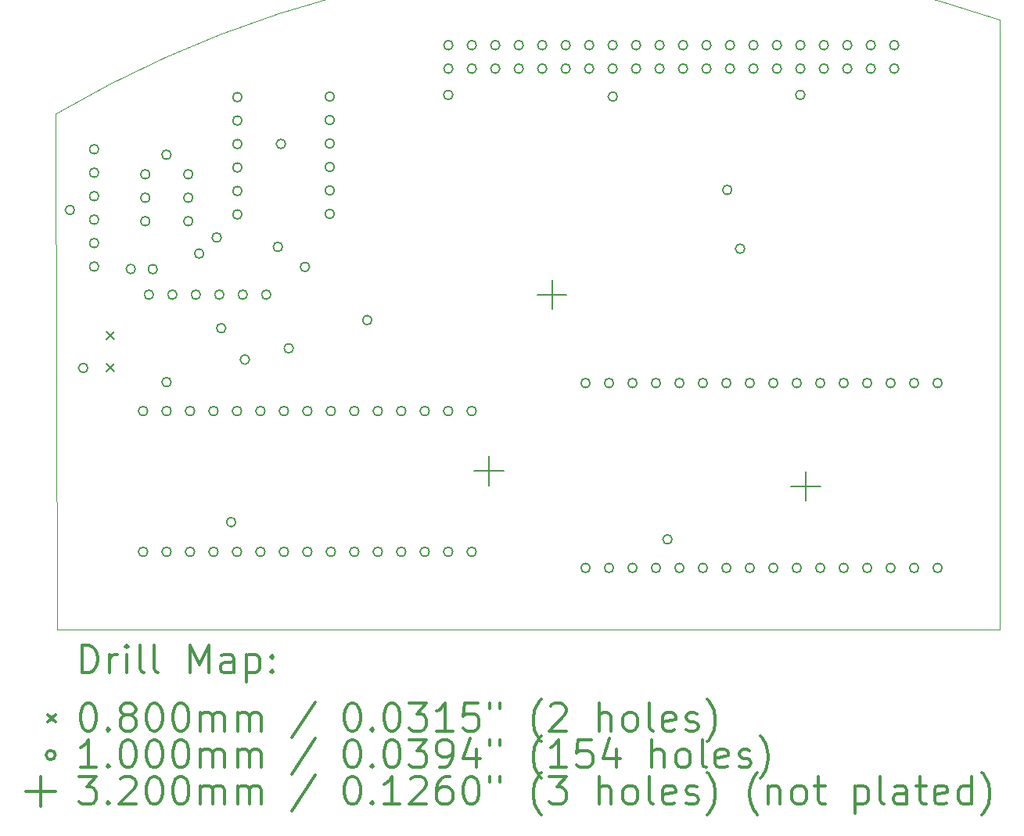
<source format=gbr>
%FSLAX45Y45*%
G04 Gerber Fmt 4.5, Leading zero omitted, Abs format (unit mm)*
G04 Created by KiCad (PCBNEW (5.1.10)-1) date 2022-01-06 12:13:21*
%MOMM*%
%LPD*%
G01*
G04 APERTURE LIST*
%TA.AperFunction,Profile*%
%ADD10C,0.050000*%
%TD*%
%ADD11C,0.200000*%
%ADD12C,0.300000*%
G04 APERTURE END LIST*
D10*
X8411099Y-1007241D02*
G75*
G02*
X18628000Y14000I6216901J-10578759D01*
G01*
X18628000Y-6586000D02*
X18628000Y14000D01*
X8428000Y-6586000D02*
X18628000Y-6586000D01*
X8411099Y-1007241D02*
X8428000Y-6586000D01*
D11*
X8965000Y-3361000D02*
X9045000Y-3441000D01*
X9045000Y-3361000D02*
X8965000Y-3441000D01*
X8965000Y-3711000D02*
X9045000Y-3791000D01*
X9045000Y-3711000D02*
X8965000Y-3791000D01*
X8616000Y-2043000D02*
G75*
G03*
X8616000Y-2043000I-50000J0D01*
G01*
X8760000Y-3753000D02*
G75*
G03*
X8760000Y-3753000I-50000J0D01*
G01*
X8878000Y-1386000D02*
G75*
G03*
X8878000Y-1386000I-50000J0D01*
G01*
X8878000Y-1640000D02*
G75*
G03*
X8878000Y-1640000I-50000J0D01*
G01*
X8878000Y-1894000D02*
G75*
G03*
X8878000Y-1894000I-50000J0D01*
G01*
X8878000Y-2148000D02*
G75*
G03*
X8878000Y-2148000I-50000J0D01*
G01*
X8878000Y-2402000D02*
G75*
G03*
X8878000Y-2402000I-50000J0D01*
G01*
X8878000Y-2656000D02*
G75*
G03*
X8878000Y-2656000I-50000J0D01*
G01*
X9275000Y-2682000D02*
G75*
G03*
X9275000Y-2682000I-50000J0D01*
G01*
X9408000Y-4220000D02*
G75*
G03*
X9408000Y-4220000I-50000J0D01*
G01*
X9408000Y-5744000D02*
G75*
G03*
X9408000Y-5744000I-50000J0D01*
G01*
X9432000Y-1657000D02*
G75*
G03*
X9432000Y-1657000I-50000J0D01*
G01*
X9432000Y-1911000D02*
G75*
G03*
X9432000Y-1911000I-50000J0D01*
G01*
X9432000Y-2165000D02*
G75*
G03*
X9432000Y-2165000I-50000J0D01*
G01*
X9471000Y-2960000D02*
G75*
G03*
X9471000Y-2960000I-50000J0D01*
G01*
X9513000Y-2684000D02*
G75*
G03*
X9513000Y-2684000I-50000J0D01*
G01*
X9661000Y-1445000D02*
G75*
G03*
X9661000Y-1445000I-50000J0D01*
G01*
X9662000Y-3907000D02*
G75*
G03*
X9662000Y-3907000I-50000J0D01*
G01*
X9662000Y-4220000D02*
G75*
G03*
X9662000Y-4220000I-50000J0D01*
G01*
X9662000Y-5744000D02*
G75*
G03*
X9662000Y-5744000I-50000J0D01*
G01*
X9725000Y-2960000D02*
G75*
G03*
X9725000Y-2960000I-50000J0D01*
G01*
X9897000Y-1657000D02*
G75*
G03*
X9897000Y-1657000I-50000J0D01*
G01*
X9897000Y-1911000D02*
G75*
G03*
X9897000Y-1911000I-50000J0D01*
G01*
X9897000Y-2165000D02*
G75*
G03*
X9897000Y-2165000I-50000J0D01*
G01*
X9916000Y-4220000D02*
G75*
G03*
X9916000Y-4220000I-50000J0D01*
G01*
X9916000Y-5744000D02*
G75*
G03*
X9916000Y-5744000I-50000J0D01*
G01*
X9979000Y-2960000D02*
G75*
G03*
X9979000Y-2960000I-50000J0D01*
G01*
X10015000Y-2515000D02*
G75*
G03*
X10015000Y-2515000I-50000J0D01*
G01*
X10170000Y-4220000D02*
G75*
G03*
X10170000Y-4220000I-50000J0D01*
G01*
X10170000Y-5744000D02*
G75*
G03*
X10170000Y-5744000I-50000J0D01*
G01*
X10205000Y-2342000D02*
G75*
G03*
X10205000Y-2342000I-50000J0D01*
G01*
X10233000Y-2960000D02*
G75*
G03*
X10233000Y-2960000I-50000J0D01*
G01*
X10253000Y-3323000D02*
G75*
G03*
X10253000Y-3323000I-50000J0D01*
G01*
X10361000Y-5423000D02*
G75*
G03*
X10361000Y-5423000I-50000J0D01*
G01*
X10424000Y-4220000D02*
G75*
G03*
X10424000Y-4220000I-50000J0D01*
G01*
X10424000Y-5744000D02*
G75*
G03*
X10424000Y-5744000I-50000J0D01*
G01*
X10428000Y-821000D02*
G75*
G03*
X10428000Y-821000I-50000J0D01*
G01*
X10428000Y-1075000D02*
G75*
G03*
X10428000Y-1075000I-50000J0D01*
G01*
X10428000Y-1329000D02*
G75*
G03*
X10428000Y-1329000I-50000J0D01*
G01*
X10428000Y-1583000D02*
G75*
G03*
X10428000Y-1583000I-50000J0D01*
G01*
X10428000Y-1837000D02*
G75*
G03*
X10428000Y-1837000I-50000J0D01*
G01*
X10428000Y-2091000D02*
G75*
G03*
X10428000Y-2091000I-50000J0D01*
G01*
X10487000Y-2960000D02*
G75*
G03*
X10487000Y-2960000I-50000J0D01*
G01*
X10510000Y-3663000D02*
G75*
G03*
X10510000Y-3663000I-50000J0D01*
G01*
X10678000Y-4220000D02*
G75*
G03*
X10678000Y-4220000I-50000J0D01*
G01*
X10678000Y-5744000D02*
G75*
G03*
X10678000Y-5744000I-50000J0D01*
G01*
X10741000Y-2960000D02*
G75*
G03*
X10741000Y-2960000I-50000J0D01*
G01*
X10867000Y-2443000D02*
G75*
G03*
X10867000Y-2443000I-50000J0D01*
G01*
X10900000Y-1328000D02*
G75*
G03*
X10900000Y-1328000I-50000J0D01*
G01*
X10932000Y-4220000D02*
G75*
G03*
X10932000Y-4220000I-50000J0D01*
G01*
X10932000Y-5744000D02*
G75*
G03*
X10932000Y-5744000I-50000J0D01*
G01*
X10984000Y-3542000D02*
G75*
G03*
X10984000Y-3542000I-50000J0D01*
G01*
X11160000Y-2660000D02*
G75*
G03*
X11160000Y-2660000I-50000J0D01*
G01*
X11186000Y-4220000D02*
G75*
G03*
X11186000Y-4220000I-50000J0D01*
G01*
X11186000Y-5744000D02*
G75*
G03*
X11186000Y-5744000I-50000J0D01*
G01*
X11428000Y-816000D02*
G75*
G03*
X11428000Y-816000I-50000J0D01*
G01*
X11428000Y-1070000D02*
G75*
G03*
X11428000Y-1070000I-50000J0D01*
G01*
X11428000Y-1324000D02*
G75*
G03*
X11428000Y-1324000I-50000J0D01*
G01*
X11428000Y-1578000D02*
G75*
G03*
X11428000Y-1578000I-50000J0D01*
G01*
X11428000Y-1832000D02*
G75*
G03*
X11428000Y-1832000I-50000J0D01*
G01*
X11428000Y-2086000D02*
G75*
G03*
X11428000Y-2086000I-50000J0D01*
G01*
X11440000Y-4220000D02*
G75*
G03*
X11440000Y-4220000I-50000J0D01*
G01*
X11440000Y-5744000D02*
G75*
G03*
X11440000Y-5744000I-50000J0D01*
G01*
X11694000Y-4220000D02*
G75*
G03*
X11694000Y-4220000I-50000J0D01*
G01*
X11694000Y-5744000D02*
G75*
G03*
X11694000Y-5744000I-50000J0D01*
G01*
X11834000Y-3236000D02*
G75*
G03*
X11834000Y-3236000I-50000J0D01*
G01*
X11948000Y-4220000D02*
G75*
G03*
X11948000Y-4220000I-50000J0D01*
G01*
X11948000Y-5744000D02*
G75*
G03*
X11948000Y-5744000I-50000J0D01*
G01*
X12202000Y-4220000D02*
G75*
G03*
X12202000Y-4220000I-50000J0D01*
G01*
X12202000Y-5744000D02*
G75*
G03*
X12202000Y-5744000I-50000J0D01*
G01*
X12456000Y-4220000D02*
G75*
G03*
X12456000Y-4220000I-50000J0D01*
G01*
X12456000Y-5744000D02*
G75*
G03*
X12456000Y-5744000I-50000J0D01*
G01*
X12710000Y-4220000D02*
G75*
G03*
X12710000Y-4220000I-50000J0D01*
G01*
X12710000Y-5744000D02*
G75*
G03*
X12710000Y-5744000I-50000J0D01*
G01*
X12711000Y-797000D02*
G75*
G03*
X12711000Y-797000I-50000J0D01*
G01*
X12712000Y-259500D02*
G75*
G03*
X12712000Y-259500I-50000J0D01*
G01*
X12712000Y-513500D02*
G75*
G03*
X12712000Y-513500I-50000J0D01*
G01*
X12964000Y-4220000D02*
G75*
G03*
X12964000Y-4220000I-50000J0D01*
G01*
X12964000Y-5744000D02*
G75*
G03*
X12964000Y-5744000I-50000J0D01*
G01*
X12966000Y-259500D02*
G75*
G03*
X12966000Y-259500I-50000J0D01*
G01*
X12966000Y-513500D02*
G75*
G03*
X12966000Y-513500I-50000J0D01*
G01*
X13220000Y-259500D02*
G75*
G03*
X13220000Y-259500I-50000J0D01*
G01*
X13220000Y-513500D02*
G75*
G03*
X13220000Y-513500I-50000J0D01*
G01*
X13474000Y-259500D02*
G75*
G03*
X13474000Y-259500I-50000J0D01*
G01*
X13474000Y-513500D02*
G75*
G03*
X13474000Y-513500I-50000J0D01*
G01*
X13728000Y-259500D02*
G75*
G03*
X13728000Y-259500I-50000J0D01*
G01*
X13728000Y-513500D02*
G75*
G03*
X13728000Y-513500I-50000J0D01*
G01*
X13982000Y-259500D02*
G75*
G03*
X13982000Y-259500I-50000J0D01*
G01*
X13982000Y-513500D02*
G75*
G03*
X13982000Y-513500I-50000J0D01*
G01*
X14197000Y-3918000D02*
G75*
G03*
X14197000Y-3918000I-50000J0D01*
G01*
X14197000Y-5918000D02*
G75*
G03*
X14197000Y-5918000I-50000J0D01*
G01*
X14236000Y-259500D02*
G75*
G03*
X14236000Y-259500I-50000J0D01*
G01*
X14236000Y-513500D02*
G75*
G03*
X14236000Y-513500I-50000J0D01*
G01*
X14451000Y-3918000D02*
G75*
G03*
X14451000Y-3918000I-50000J0D01*
G01*
X14451000Y-5918000D02*
G75*
G03*
X14451000Y-5918000I-50000J0D01*
G01*
X14490000Y-259500D02*
G75*
G03*
X14490000Y-259500I-50000J0D01*
G01*
X14490000Y-513500D02*
G75*
G03*
X14490000Y-513500I-50000J0D01*
G01*
X14492000Y-816000D02*
G75*
G03*
X14492000Y-816000I-50000J0D01*
G01*
X14705000Y-3918000D02*
G75*
G03*
X14705000Y-3918000I-50000J0D01*
G01*
X14705000Y-5918000D02*
G75*
G03*
X14705000Y-5918000I-50000J0D01*
G01*
X14744000Y-259500D02*
G75*
G03*
X14744000Y-259500I-50000J0D01*
G01*
X14744000Y-513500D02*
G75*
G03*
X14744000Y-513500I-50000J0D01*
G01*
X14959000Y-3918000D02*
G75*
G03*
X14959000Y-3918000I-50000J0D01*
G01*
X14959000Y-5918000D02*
G75*
G03*
X14959000Y-5918000I-50000J0D01*
G01*
X14998000Y-259500D02*
G75*
G03*
X14998000Y-259500I-50000J0D01*
G01*
X14998000Y-513500D02*
G75*
G03*
X14998000Y-513500I-50000J0D01*
G01*
X15084000Y-5609000D02*
G75*
G03*
X15084000Y-5609000I-50000J0D01*
G01*
X15213000Y-3918000D02*
G75*
G03*
X15213000Y-3918000I-50000J0D01*
G01*
X15213000Y-5918000D02*
G75*
G03*
X15213000Y-5918000I-50000J0D01*
G01*
X15252000Y-259500D02*
G75*
G03*
X15252000Y-259500I-50000J0D01*
G01*
X15252000Y-513500D02*
G75*
G03*
X15252000Y-513500I-50000J0D01*
G01*
X15467000Y-3918000D02*
G75*
G03*
X15467000Y-3918000I-50000J0D01*
G01*
X15467000Y-5918000D02*
G75*
G03*
X15467000Y-5918000I-50000J0D01*
G01*
X15506000Y-259500D02*
G75*
G03*
X15506000Y-259500I-50000J0D01*
G01*
X15506000Y-513500D02*
G75*
G03*
X15506000Y-513500I-50000J0D01*
G01*
X15721000Y-3918000D02*
G75*
G03*
X15721000Y-3918000I-50000J0D01*
G01*
X15721000Y-5918000D02*
G75*
G03*
X15721000Y-5918000I-50000J0D01*
G01*
X15731000Y-1826000D02*
G75*
G03*
X15731000Y-1826000I-50000J0D01*
G01*
X15760000Y-259500D02*
G75*
G03*
X15760000Y-259500I-50000J0D01*
G01*
X15760000Y-513500D02*
G75*
G03*
X15760000Y-513500I-50000J0D01*
G01*
X15870000Y-2462000D02*
G75*
G03*
X15870000Y-2462000I-50000J0D01*
G01*
X15975000Y-3918000D02*
G75*
G03*
X15975000Y-3918000I-50000J0D01*
G01*
X15975000Y-5918000D02*
G75*
G03*
X15975000Y-5918000I-50000J0D01*
G01*
X16014000Y-259500D02*
G75*
G03*
X16014000Y-259500I-50000J0D01*
G01*
X16014000Y-513500D02*
G75*
G03*
X16014000Y-513500I-50000J0D01*
G01*
X16229000Y-3918000D02*
G75*
G03*
X16229000Y-3918000I-50000J0D01*
G01*
X16229000Y-5918000D02*
G75*
G03*
X16229000Y-5918000I-50000J0D01*
G01*
X16268000Y-259500D02*
G75*
G03*
X16268000Y-259500I-50000J0D01*
G01*
X16268000Y-513500D02*
G75*
G03*
X16268000Y-513500I-50000J0D01*
G01*
X16483000Y-3918000D02*
G75*
G03*
X16483000Y-3918000I-50000J0D01*
G01*
X16483000Y-5918000D02*
G75*
G03*
X16483000Y-5918000I-50000J0D01*
G01*
X16521000Y-797000D02*
G75*
G03*
X16521000Y-797000I-50000J0D01*
G01*
X16522000Y-259500D02*
G75*
G03*
X16522000Y-259500I-50000J0D01*
G01*
X16522000Y-513500D02*
G75*
G03*
X16522000Y-513500I-50000J0D01*
G01*
X16737000Y-3918000D02*
G75*
G03*
X16737000Y-3918000I-50000J0D01*
G01*
X16737000Y-5918000D02*
G75*
G03*
X16737000Y-5918000I-50000J0D01*
G01*
X16776000Y-259500D02*
G75*
G03*
X16776000Y-259500I-50000J0D01*
G01*
X16776000Y-513500D02*
G75*
G03*
X16776000Y-513500I-50000J0D01*
G01*
X16991000Y-3918000D02*
G75*
G03*
X16991000Y-3918000I-50000J0D01*
G01*
X16991000Y-5918000D02*
G75*
G03*
X16991000Y-5918000I-50000J0D01*
G01*
X17030000Y-259500D02*
G75*
G03*
X17030000Y-259500I-50000J0D01*
G01*
X17030000Y-513500D02*
G75*
G03*
X17030000Y-513500I-50000J0D01*
G01*
X17245000Y-3918000D02*
G75*
G03*
X17245000Y-3918000I-50000J0D01*
G01*
X17245000Y-5918000D02*
G75*
G03*
X17245000Y-5918000I-50000J0D01*
G01*
X17284000Y-259500D02*
G75*
G03*
X17284000Y-259500I-50000J0D01*
G01*
X17284000Y-513500D02*
G75*
G03*
X17284000Y-513500I-50000J0D01*
G01*
X17499000Y-3918000D02*
G75*
G03*
X17499000Y-3918000I-50000J0D01*
G01*
X17499000Y-5918000D02*
G75*
G03*
X17499000Y-5918000I-50000J0D01*
G01*
X17538000Y-259500D02*
G75*
G03*
X17538000Y-259500I-50000J0D01*
G01*
X17538000Y-513500D02*
G75*
G03*
X17538000Y-513500I-50000J0D01*
G01*
X17753000Y-3918000D02*
G75*
G03*
X17753000Y-3918000I-50000J0D01*
G01*
X17753000Y-5918000D02*
G75*
G03*
X17753000Y-5918000I-50000J0D01*
G01*
X18007000Y-3918000D02*
G75*
G03*
X18007000Y-3918000I-50000J0D01*
G01*
X18007000Y-5918000D02*
G75*
G03*
X18007000Y-5918000I-50000J0D01*
G01*
X13102000Y-4706000D02*
X13102000Y-5026000D01*
X12942000Y-4866000D02*
X13262000Y-4866000D01*
X13783000Y-2798000D02*
X13783000Y-3118000D01*
X13623000Y-2958000D02*
X13943000Y-2958000D01*
X16530000Y-4873000D02*
X16530000Y-5193000D01*
X16370000Y-5033000D02*
X16690000Y-5033000D01*
D12*
X8695027Y-7054214D02*
X8695027Y-6754214D01*
X8766456Y-6754214D01*
X8809313Y-6768500D01*
X8837885Y-6797071D01*
X8852170Y-6825643D01*
X8866456Y-6882786D01*
X8866456Y-6925643D01*
X8852170Y-6982786D01*
X8837885Y-7011357D01*
X8809313Y-7039929D01*
X8766456Y-7054214D01*
X8695027Y-7054214D01*
X8995027Y-7054214D02*
X8995027Y-6854214D01*
X8995027Y-6911357D02*
X9009313Y-6882786D01*
X9023599Y-6868500D01*
X9052170Y-6854214D01*
X9080742Y-6854214D01*
X9180742Y-7054214D02*
X9180742Y-6854214D01*
X9180742Y-6754214D02*
X9166456Y-6768500D01*
X9180742Y-6782786D01*
X9195027Y-6768500D01*
X9180742Y-6754214D01*
X9180742Y-6782786D01*
X9366456Y-7054214D02*
X9337885Y-7039929D01*
X9323599Y-7011357D01*
X9323599Y-6754214D01*
X9523599Y-7054214D02*
X9495027Y-7039929D01*
X9480742Y-7011357D01*
X9480742Y-6754214D01*
X9866456Y-7054214D02*
X9866456Y-6754214D01*
X9966456Y-6968500D01*
X10066456Y-6754214D01*
X10066456Y-7054214D01*
X10337885Y-7054214D02*
X10337885Y-6897071D01*
X10323599Y-6868500D01*
X10295027Y-6854214D01*
X10237885Y-6854214D01*
X10209313Y-6868500D01*
X10337885Y-7039929D02*
X10309313Y-7054214D01*
X10237885Y-7054214D01*
X10209313Y-7039929D01*
X10195027Y-7011357D01*
X10195027Y-6982786D01*
X10209313Y-6954214D01*
X10237885Y-6939929D01*
X10309313Y-6939929D01*
X10337885Y-6925643D01*
X10480742Y-6854214D02*
X10480742Y-7154214D01*
X10480742Y-6868500D02*
X10509313Y-6854214D01*
X10566456Y-6854214D01*
X10595027Y-6868500D01*
X10609313Y-6882786D01*
X10623599Y-6911357D01*
X10623599Y-6997071D01*
X10609313Y-7025643D01*
X10595027Y-7039929D01*
X10566456Y-7054214D01*
X10509313Y-7054214D01*
X10480742Y-7039929D01*
X10752170Y-7025643D02*
X10766456Y-7039929D01*
X10752170Y-7054214D01*
X10737885Y-7039929D01*
X10752170Y-7025643D01*
X10752170Y-7054214D01*
X10752170Y-6868500D02*
X10766456Y-6882786D01*
X10752170Y-6897071D01*
X10737885Y-6882786D01*
X10752170Y-6868500D01*
X10752170Y-6897071D01*
X8328599Y-7508500D02*
X8408599Y-7588500D01*
X8408599Y-7508500D02*
X8328599Y-7588500D01*
X8752170Y-7384214D02*
X8780742Y-7384214D01*
X8809313Y-7398500D01*
X8823599Y-7412786D01*
X8837885Y-7441357D01*
X8852170Y-7498500D01*
X8852170Y-7569929D01*
X8837885Y-7627071D01*
X8823599Y-7655643D01*
X8809313Y-7669929D01*
X8780742Y-7684214D01*
X8752170Y-7684214D01*
X8723599Y-7669929D01*
X8709313Y-7655643D01*
X8695027Y-7627071D01*
X8680742Y-7569929D01*
X8680742Y-7498500D01*
X8695027Y-7441357D01*
X8709313Y-7412786D01*
X8723599Y-7398500D01*
X8752170Y-7384214D01*
X8980742Y-7655643D02*
X8995027Y-7669929D01*
X8980742Y-7684214D01*
X8966456Y-7669929D01*
X8980742Y-7655643D01*
X8980742Y-7684214D01*
X9166456Y-7512786D02*
X9137885Y-7498500D01*
X9123599Y-7484214D01*
X9109313Y-7455643D01*
X9109313Y-7441357D01*
X9123599Y-7412786D01*
X9137885Y-7398500D01*
X9166456Y-7384214D01*
X9223599Y-7384214D01*
X9252170Y-7398500D01*
X9266456Y-7412786D01*
X9280742Y-7441357D01*
X9280742Y-7455643D01*
X9266456Y-7484214D01*
X9252170Y-7498500D01*
X9223599Y-7512786D01*
X9166456Y-7512786D01*
X9137885Y-7527071D01*
X9123599Y-7541357D01*
X9109313Y-7569929D01*
X9109313Y-7627071D01*
X9123599Y-7655643D01*
X9137885Y-7669929D01*
X9166456Y-7684214D01*
X9223599Y-7684214D01*
X9252170Y-7669929D01*
X9266456Y-7655643D01*
X9280742Y-7627071D01*
X9280742Y-7569929D01*
X9266456Y-7541357D01*
X9252170Y-7527071D01*
X9223599Y-7512786D01*
X9466456Y-7384214D02*
X9495027Y-7384214D01*
X9523599Y-7398500D01*
X9537885Y-7412786D01*
X9552170Y-7441357D01*
X9566456Y-7498500D01*
X9566456Y-7569929D01*
X9552170Y-7627071D01*
X9537885Y-7655643D01*
X9523599Y-7669929D01*
X9495027Y-7684214D01*
X9466456Y-7684214D01*
X9437885Y-7669929D01*
X9423599Y-7655643D01*
X9409313Y-7627071D01*
X9395027Y-7569929D01*
X9395027Y-7498500D01*
X9409313Y-7441357D01*
X9423599Y-7412786D01*
X9437885Y-7398500D01*
X9466456Y-7384214D01*
X9752170Y-7384214D02*
X9780742Y-7384214D01*
X9809313Y-7398500D01*
X9823599Y-7412786D01*
X9837885Y-7441357D01*
X9852170Y-7498500D01*
X9852170Y-7569929D01*
X9837885Y-7627071D01*
X9823599Y-7655643D01*
X9809313Y-7669929D01*
X9780742Y-7684214D01*
X9752170Y-7684214D01*
X9723599Y-7669929D01*
X9709313Y-7655643D01*
X9695027Y-7627071D01*
X9680742Y-7569929D01*
X9680742Y-7498500D01*
X9695027Y-7441357D01*
X9709313Y-7412786D01*
X9723599Y-7398500D01*
X9752170Y-7384214D01*
X9980742Y-7684214D02*
X9980742Y-7484214D01*
X9980742Y-7512786D02*
X9995027Y-7498500D01*
X10023599Y-7484214D01*
X10066456Y-7484214D01*
X10095027Y-7498500D01*
X10109313Y-7527071D01*
X10109313Y-7684214D01*
X10109313Y-7527071D02*
X10123599Y-7498500D01*
X10152170Y-7484214D01*
X10195027Y-7484214D01*
X10223599Y-7498500D01*
X10237885Y-7527071D01*
X10237885Y-7684214D01*
X10380742Y-7684214D02*
X10380742Y-7484214D01*
X10380742Y-7512786D02*
X10395027Y-7498500D01*
X10423599Y-7484214D01*
X10466456Y-7484214D01*
X10495027Y-7498500D01*
X10509313Y-7527071D01*
X10509313Y-7684214D01*
X10509313Y-7527071D02*
X10523599Y-7498500D01*
X10552170Y-7484214D01*
X10595027Y-7484214D01*
X10623599Y-7498500D01*
X10637885Y-7527071D01*
X10637885Y-7684214D01*
X11223599Y-7369929D02*
X10966456Y-7755643D01*
X11609313Y-7384214D02*
X11637885Y-7384214D01*
X11666456Y-7398500D01*
X11680742Y-7412786D01*
X11695027Y-7441357D01*
X11709313Y-7498500D01*
X11709313Y-7569929D01*
X11695027Y-7627071D01*
X11680742Y-7655643D01*
X11666456Y-7669929D01*
X11637885Y-7684214D01*
X11609313Y-7684214D01*
X11580742Y-7669929D01*
X11566456Y-7655643D01*
X11552170Y-7627071D01*
X11537885Y-7569929D01*
X11537885Y-7498500D01*
X11552170Y-7441357D01*
X11566456Y-7412786D01*
X11580742Y-7398500D01*
X11609313Y-7384214D01*
X11837885Y-7655643D02*
X11852170Y-7669929D01*
X11837885Y-7684214D01*
X11823599Y-7669929D01*
X11837885Y-7655643D01*
X11837885Y-7684214D01*
X12037885Y-7384214D02*
X12066456Y-7384214D01*
X12095027Y-7398500D01*
X12109313Y-7412786D01*
X12123599Y-7441357D01*
X12137885Y-7498500D01*
X12137885Y-7569929D01*
X12123599Y-7627071D01*
X12109313Y-7655643D01*
X12095027Y-7669929D01*
X12066456Y-7684214D01*
X12037885Y-7684214D01*
X12009313Y-7669929D01*
X11995027Y-7655643D01*
X11980742Y-7627071D01*
X11966456Y-7569929D01*
X11966456Y-7498500D01*
X11980742Y-7441357D01*
X11995027Y-7412786D01*
X12009313Y-7398500D01*
X12037885Y-7384214D01*
X12237885Y-7384214D02*
X12423599Y-7384214D01*
X12323599Y-7498500D01*
X12366456Y-7498500D01*
X12395027Y-7512786D01*
X12409313Y-7527071D01*
X12423599Y-7555643D01*
X12423599Y-7627071D01*
X12409313Y-7655643D01*
X12395027Y-7669929D01*
X12366456Y-7684214D01*
X12280742Y-7684214D01*
X12252170Y-7669929D01*
X12237885Y-7655643D01*
X12709313Y-7684214D02*
X12537885Y-7684214D01*
X12623599Y-7684214D02*
X12623599Y-7384214D01*
X12595027Y-7427071D01*
X12566456Y-7455643D01*
X12537885Y-7469929D01*
X12980742Y-7384214D02*
X12837885Y-7384214D01*
X12823599Y-7527071D01*
X12837885Y-7512786D01*
X12866456Y-7498500D01*
X12937885Y-7498500D01*
X12966456Y-7512786D01*
X12980742Y-7527071D01*
X12995027Y-7555643D01*
X12995027Y-7627071D01*
X12980742Y-7655643D01*
X12966456Y-7669929D01*
X12937885Y-7684214D01*
X12866456Y-7684214D01*
X12837885Y-7669929D01*
X12823599Y-7655643D01*
X13109313Y-7384214D02*
X13109313Y-7441357D01*
X13223599Y-7384214D02*
X13223599Y-7441357D01*
X13666456Y-7798500D02*
X13652170Y-7784214D01*
X13623599Y-7741357D01*
X13609313Y-7712786D01*
X13595027Y-7669929D01*
X13580742Y-7598500D01*
X13580742Y-7541357D01*
X13595027Y-7469929D01*
X13609313Y-7427071D01*
X13623599Y-7398500D01*
X13652170Y-7355643D01*
X13666456Y-7341357D01*
X13766456Y-7412786D02*
X13780742Y-7398500D01*
X13809313Y-7384214D01*
X13880742Y-7384214D01*
X13909313Y-7398500D01*
X13923599Y-7412786D01*
X13937885Y-7441357D01*
X13937885Y-7469929D01*
X13923599Y-7512786D01*
X13752170Y-7684214D01*
X13937885Y-7684214D01*
X14295027Y-7684214D02*
X14295027Y-7384214D01*
X14423599Y-7684214D02*
X14423599Y-7527071D01*
X14409313Y-7498500D01*
X14380742Y-7484214D01*
X14337885Y-7484214D01*
X14309313Y-7498500D01*
X14295027Y-7512786D01*
X14609313Y-7684214D02*
X14580742Y-7669929D01*
X14566456Y-7655643D01*
X14552170Y-7627071D01*
X14552170Y-7541357D01*
X14566456Y-7512786D01*
X14580742Y-7498500D01*
X14609313Y-7484214D01*
X14652170Y-7484214D01*
X14680742Y-7498500D01*
X14695027Y-7512786D01*
X14709313Y-7541357D01*
X14709313Y-7627071D01*
X14695027Y-7655643D01*
X14680742Y-7669929D01*
X14652170Y-7684214D01*
X14609313Y-7684214D01*
X14880742Y-7684214D02*
X14852170Y-7669929D01*
X14837885Y-7641357D01*
X14837885Y-7384214D01*
X15109313Y-7669929D02*
X15080742Y-7684214D01*
X15023599Y-7684214D01*
X14995027Y-7669929D01*
X14980742Y-7641357D01*
X14980742Y-7527071D01*
X14995027Y-7498500D01*
X15023599Y-7484214D01*
X15080742Y-7484214D01*
X15109313Y-7498500D01*
X15123599Y-7527071D01*
X15123599Y-7555643D01*
X14980742Y-7584214D01*
X15237885Y-7669929D02*
X15266456Y-7684214D01*
X15323599Y-7684214D01*
X15352170Y-7669929D01*
X15366456Y-7641357D01*
X15366456Y-7627071D01*
X15352170Y-7598500D01*
X15323599Y-7584214D01*
X15280742Y-7584214D01*
X15252170Y-7569929D01*
X15237885Y-7541357D01*
X15237885Y-7527071D01*
X15252170Y-7498500D01*
X15280742Y-7484214D01*
X15323599Y-7484214D01*
X15352170Y-7498500D01*
X15466456Y-7798500D02*
X15480742Y-7784214D01*
X15509313Y-7741357D01*
X15523599Y-7712786D01*
X15537885Y-7669929D01*
X15552170Y-7598500D01*
X15552170Y-7541357D01*
X15537885Y-7469929D01*
X15523599Y-7427071D01*
X15509313Y-7398500D01*
X15480742Y-7355643D01*
X15466456Y-7341357D01*
X8408599Y-7944500D02*
G75*
G03*
X8408599Y-7944500I-50000J0D01*
G01*
X8852170Y-8080214D02*
X8680742Y-8080214D01*
X8766456Y-8080214D02*
X8766456Y-7780214D01*
X8737885Y-7823071D01*
X8709313Y-7851643D01*
X8680742Y-7865929D01*
X8980742Y-8051643D02*
X8995027Y-8065929D01*
X8980742Y-8080214D01*
X8966456Y-8065929D01*
X8980742Y-8051643D01*
X8980742Y-8080214D01*
X9180742Y-7780214D02*
X9209313Y-7780214D01*
X9237885Y-7794500D01*
X9252170Y-7808786D01*
X9266456Y-7837357D01*
X9280742Y-7894500D01*
X9280742Y-7965929D01*
X9266456Y-8023071D01*
X9252170Y-8051643D01*
X9237885Y-8065929D01*
X9209313Y-8080214D01*
X9180742Y-8080214D01*
X9152170Y-8065929D01*
X9137885Y-8051643D01*
X9123599Y-8023071D01*
X9109313Y-7965929D01*
X9109313Y-7894500D01*
X9123599Y-7837357D01*
X9137885Y-7808786D01*
X9152170Y-7794500D01*
X9180742Y-7780214D01*
X9466456Y-7780214D02*
X9495027Y-7780214D01*
X9523599Y-7794500D01*
X9537885Y-7808786D01*
X9552170Y-7837357D01*
X9566456Y-7894500D01*
X9566456Y-7965929D01*
X9552170Y-8023071D01*
X9537885Y-8051643D01*
X9523599Y-8065929D01*
X9495027Y-8080214D01*
X9466456Y-8080214D01*
X9437885Y-8065929D01*
X9423599Y-8051643D01*
X9409313Y-8023071D01*
X9395027Y-7965929D01*
X9395027Y-7894500D01*
X9409313Y-7837357D01*
X9423599Y-7808786D01*
X9437885Y-7794500D01*
X9466456Y-7780214D01*
X9752170Y-7780214D02*
X9780742Y-7780214D01*
X9809313Y-7794500D01*
X9823599Y-7808786D01*
X9837885Y-7837357D01*
X9852170Y-7894500D01*
X9852170Y-7965929D01*
X9837885Y-8023071D01*
X9823599Y-8051643D01*
X9809313Y-8065929D01*
X9780742Y-8080214D01*
X9752170Y-8080214D01*
X9723599Y-8065929D01*
X9709313Y-8051643D01*
X9695027Y-8023071D01*
X9680742Y-7965929D01*
X9680742Y-7894500D01*
X9695027Y-7837357D01*
X9709313Y-7808786D01*
X9723599Y-7794500D01*
X9752170Y-7780214D01*
X9980742Y-8080214D02*
X9980742Y-7880214D01*
X9980742Y-7908786D02*
X9995027Y-7894500D01*
X10023599Y-7880214D01*
X10066456Y-7880214D01*
X10095027Y-7894500D01*
X10109313Y-7923071D01*
X10109313Y-8080214D01*
X10109313Y-7923071D02*
X10123599Y-7894500D01*
X10152170Y-7880214D01*
X10195027Y-7880214D01*
X10223599Y-7894500D01*
X10237885Y-7923071D01*
X10237885Y-8080214D01*
X10380742Y-8080214D02*
X10380742Y-7880214D01*
X10380742Y-7908786D02*
X10395027Y-7894500D01*
X10423599Y-7880214D01*
X10466456Y-7880214D01*
X10495027Y-7894500D01*
X10509313Y-7923071D01*
X10509313Y-8080214D01*
X10509313Y-7923071D02*
X10523599Y-7894500D01*
X10552170Y-7880214D01*
X10595027Y-7880214D01*
X10623599Y-7894500D01*
X10637885Y-7923071D01*
X10637885Y-8080214D01*
X11223599Y-7765929D02*
X10966456Y-8151643D01*
X11609313Y-7780214D02*
X11637885Y-7780214D01*
X11666456Y-7794500D01*
X11680742Y-7808786D01*
X11695027Y-7837357D01*
X11709313Y-7894500D01*
X11709313Y-7965929D01*
X11695027Y-8023071D01*
X11680742Y-8051643D01*
X11666456Y-8065929D01*
X11637885Y-8080214D01*
X11609313Y-8080214D01*
X11580742Y-8065929D01*
X11566456Y-8051643D01*
X11552170Y-8023071D01*
X11537885Y-7965929D01*
X11537885Y-7894500D01*
X11552170Y-7837357D01*
X11566456Y-7808786D01*
X11580742Y-7794500D01*
X11609313Y-7780214D01*
X11837885Y-8051643D02*
X11852170Y-8065929D01*
X11837885Y-8080214D01*
X11823599Y-8065929D01*
X11837885Y-8051643D01*
X11837885Y-8080214D01*
X12037885Y-7780214D02*
X12066456Y-7780214D01*
X12095027Y-7794500D01*
X12109313Y-7808786D01*
X12123599Y-7837357D01*
X12137885Y-7894500D01*
X12137885Y-7965929D01*
X12123599Y-8023071D01*
X12109313Y-8051643D01*
X12095027Y-8065929D01*
X12066456Y-8080214D01*
X12037885Y-8080214D01*
X12009313Y-8065929D01*
X11995027Y-8051643D01*
X11980742Y-8023071D01*
X11966456Y-7965929D01*
X11966456Y-7894500D01*
X11980742Y-7837357D01*
X11995027Y-7808786D01*
X12009313Y-7794500D01*
X12037885Y-7780214D01*
X12237885Y-7780214D02*
X12423599Y-7780214D01*
X12323599Y-7894500D01*
X12366456Y-7894500D01*
X12395027Y-7908786D01*
X12409313Y-7923071D01*
X12423599Y-7951643D01*
X12423599Y-8023071D01*
X12409313Y-8051643D01*
X12395027Y-8065929D01*
X12366456Y-8080214D01*
X12280742Y-8080214D01*
X12252170Y-8065929D01*
X12237885Y-8051643D01*
X12566456Y-8080214D02*
X12623599Y-8080214D01*
X12652170Y-8065929D01*
X12666456Y-8051643D01*
X12695027Y-8008786D01*
X12709313Y-7951643D01*
X12709313Y-7837357D01*
X12695027Y-7808786D01*
X12680742Y-7794500D01*
X12652170Y-7780214D01*
X12595027Y-7780214D01*
X12566456Y-7794500D01*
X12552170Y-7808786D01*
X12537885Y-7837357D01*
X12537885Y-7908786D01*
X12552170Y-7937357D01*
X12566456Y-7951643D01*
X12595027Y-7965929D01*
X12652170Y-7965929D01*
X12680742Y-7951643D01*
X12695027Y-7937357D01*
X12709313Y-7908786D01*
X12966456Y-7880214D02*
X12966456Y-8080214D01*
X12895027Y-7765929D02*
X12823599Y-7980214D01*
X13009313Y-7980214D01*
X13109313Y-7780214D02*
X13109313Y-7837357D01*
X13223599Y-7780214D02*
X13223599Y-7837357D01*
X13666456Y-8194500D02*
X13652170Y-8180214D01*
X13623599Y-8137357D01*
X13609313Y-8108786D01*
X13595027Y-8065929D01*
X13580742Y-7994500D01*
X13580742Y-7937357D01*
X13595027Y-7865929D01*
X13609313Y-7823071D01*
X13623599Y-7794500D01*
X13652170Y-7751643D01*
X13666456Y-7737357D01*
X13937885Y-8080214D02*
X13766456Y-8080214D01*
X13852170Y-8080214D02*
X13852170Y-7780214D01*
X13823599Y-7823071D01*
X13795027Y-7851643D01*
X13766456Y-7865929D01*
X14209313Y-7780214D02*
X14066456Y-7780214D01*
X14052170Y-7923071D01*
X14066456Y-7908786D01*
X14095027Y-7894500D01*
X14166456Y-7894500D01*
X14195027Y-7908786D01*
X14209313Y-7923071D01*
X14223599Y-7951643D01*
X14223599Y-8023071D01*
X14209313Y-8051643D01*
X14195027Y-8065929D01*
X14166456Y-8080214D01*
X14095027Y-8080214D01*
X14066456Y-8065929D01*
X14052170Y-8051643D01*
X14480742Y-7880214D02*
X14480742Y-8080214D01*
X14409313Y-7765929D02*
X14337885Y-7980214D01*
X14523599Y-7980214D01*
X14866456Y-8080214D02*
X14866456Y-7780214D01*
X14995027Y-8080214D02*
X14995027Y-7923071D01*
X14980742Y-7894500D01*
X14952170Y-7880214D01*
X14909313Y-7880214D01*
X14880742Y-7894500D01*
X14866456Y-7908786D01*
X15180742Y-8080214D02*
X15152170Y-8065929D01*
X15137885Y-8051643D01*
X15123599Y-8023071D01*
X15123599Y-7937357D01*
X15137885Y-7908786D01*
X15152170Y-7894500D01*
X15180742Y-7880214D01*
X15223599Y-7880214D01*
X15252170Y-7894500D01*
X15266456Y-7908786D01*
X15280742Y-7937357D01*
X15280742Y-8023071D01*
X15266456Y-8051643D01*
X15252170Y-8065929D01*
X15223599Y-8080214D01*
X15180742Y-8080214D01*
X15452170Y-8080214D02*
X15423599Y-8065929D01*
X15409313Y-8037357D01*
X15409313Y-7780214D01*
X15680742Y-8065929D02*
X15652170Y-8080214D01*
X15595027Y-8080214D01*
X15566456Y-8065929D01*
X15552170Y-8037357D01*
X15552170Y-7923071D01*
X15566456Y-7894500D01*
X15595027Y-7880214D01*
X15652170Y-7880214D01*
X15680742Y-7894500D01*
X15695027Y-7923071D01*
X15695027Y-7951643D01*
X15552170Y-7980214D01*
X15809313Y-8065929D02*
X15837885Y-8080214D01*
X15895027Y-8080214D01*
X15923599Y-8065929D01*
X15937885Y-8037357D01*
X15937885Y-8023071D01*
X15923599Y-7994500D01*
X15895027Y-7980214D01*
X15852170Y-7980214D01*
X15823599Y-7965929D01*
X15809313Y-7937357D01*
X15809313Y-7923071D01*
X15823599Y-7894500D01*
X15852170Y-7880214D01*
X15895027Y-7880214D01*
X15923599Y-7894500D01*
X16037885Y-8194500D02*
X16052170Y-8180214D01*
X16080742Y-8137357D01*
X16095027Y-8108786D01*
X16109313Y-8065929D01*
X16123599Y-7994500D01*
X16123599Y-7937357D01*
X16109313Y-7865929D01*
X16095027Y-7823071D01*
X16080742Y-7794500D01*
X16052170Y-7751643D01*
X16037885Y-7737357D01*
X8248599Y-8180500D02*
X8248599Y-8500500D01*
X8088599Y-8340500D02*
X8408599Y-8340500D01*
X8666456Y-8176214D02*
X8852170Y-8176214D01*
X8752170Y-8290500D01*
X8795027Y-8290500D01*
X8823599Y-8304786D01*
X8837885Y-8319071D01*
X8852170Y-8347643D01*
X8852170Y-8419072D01*
X8837885Y-8447643D01*
X8823599Y-8461929D01*
X8795027Y-8476214D01*
X8709313Y-8476214D01*
X8680742Y-8461929D01*
X8666456Y-8447643D01*
X8980742Y-8447643D02*
X8995027Y-8461929D01*
X8980742Y-8476214D01*
X8966456Y-8461929D01*
X8980742Y-8447643D01*
X8980742Y-8476214D01*
X9109313Y-8204786D02*
X9123599Y-8190500D01*
X9152170Y-8176214D01*
X9223599Y-8176214D01*
X9252170Y-8190500D01*
X9266456Y-8204786D01*
X9280742Y-8233357D01*
X9280742Y-8261929D01*
X9266456Y-8304786D01*
X9095027Y-8476214D01*
X9280742Y-8476214D01*
X9466456Y-8176214D02*
X9495027Y-8176214D01*
X9523599Y-8190500D01*
X9537885Y-8204786D01*
X9552170Y-8233357D01*
X9566456Y-8290500D01*
X9566456Y-8361929D01*
X9552170Y-8419072D01*
X9537885Y-8447643D01*
X9523599Y-8461929D01*
X9495027Y-8476214D01*
X9466456Y-8476214D01*
X9437885Y-8461929D01*
X9423599Y-8447643D01*
X9409313Y-8419072D01*
X9395027Y-8361929D01*
X9395027Y-8290500D01*
X9409313Y-8233357D01*
X9423599Y-8204786D01*
X9437885Y-8190500D01*
X9466456Y-8176214D01*
X9752170Y-8176214D02*
X9780742Y-8176214D01*
X9809313Y-8190500D01*
X9823599Y-8204786D01*
X9837885Y-8233357D01*
X9852170Y-8290500D01*
X9852170Y-8361929D01*
X9837885Y-8419072D01*
X9823599Y-8447643D01*
X9809313Y-8461929D01*
X9780742Y-8476214D01*
X9752170Y-8476214D01*
X9723599Y-8461929D01*
X9709313Y-8447643D01*
X9695027Y-8419072D01*
X9680742Y-8361929D01*
X9680742Y-8290500D01*
X9695027Y-8233357D01*
X9709313Y-8204786D01*
X9723599Y-8190500D01*
X9752170Y-8176214D01*
X9980742Y-8476214D02*
X9980742Y-8276214D01*
X9980742Y-8304786D02*
X9995027Y-8290500D01*
X10023599Y-8276214D01*
X10066456Y-8276214D01*
X10095027Y-8290500D01*
X10109313Y-8319071D01*
X10109313Y-8476214D01*
X10109313Y-8319071D02*
X10123599Y-8290500D01*
X10152170Y-8276214D01*
X10195027Y-8276214D01*
X10223599Y-8290500D01*
X10237885Y-8319071D01*
X10237885Y-8476214D01*
X10380742Y-8476214D02*
X10380742Y-8276214D01*
X10380742Y-8304786D02*
X10395027Y-8290500D01*
X10423599Y-8276214D01*
X10466456Y-8276214D01*
X10495027Y-8290500D01*
X10509313Y-8319071D01*
X10509313Y-8476214D01*
X10509313Y-8319071D02*
X10523599Y-8290500D01*
X10552170Y-8276214D01*
X10595027Y-8276214D01*
X10623599Y-8290500D01*
X10637885Y-8319071D01*
X10637885Y-8476214D01*
X11223599Y-8161929D02*
X10966456Y-8547643D01*
X11609313Y-8176214D02*
X11637885Y-8176214D01*
X11666456Y-8190500D01*
X11680742Y-8204786D01*
X11695027Y-8233357D01*
X11709313Y-8290500D01*
X11709313Y-8361929D01*
X11695027Y-8419072D01*
X11680742Y-8447643D01*
X11666456Y-8461929D01*
X11637885Y-8476214D01*
X11609313Y-8476214D01*
X11580742Y-8461929D01*
X11566456Y-8447643D01*
X11552170Y-8419072D01*
X11537885Y-8361929D01*
X11537885Y-8290500D01*
X11552170Y-8233357D01*
X11566456Y-8204786D01*
X11580742Y-8190500D01*
X11609313Y-8176214D01*
X11837885Y-8447643D02*
X11852170Y-8461929D01*
X11837885Y-8476214D01*
X11823599Y-8461929D01*
X11837885Y-8447643D01*
X11837885Y-8476214D01*
X12137885Y-8476214D02*
X11966456Y-8476214D01*
X12052170Y-8476214D02*
X12052170Y-8176214D01*
X12023599Y-8219071D01*
X11995027Y-8247643D01*
X11966456Y-8261929D01*
X12252170Y-8204786D02*
X12266456Y-8190500D01*
X12295027Y-8176214D01*
X12366456Y-8176214D01*
X12395027Y-8190500D01*
X12409313Y-8204786D01*
X12423599Y-8233357D01*
X12423599Y-8261929D01*
X12409313Y-8304786D01*
X12237885Y-8476214D01*
X12423599Y-8476214D01*
X12680742Y-8176214D02*
X12623599Y-8176214D01*
X12595027Y-8190500D01*
X12580742Y-8204786D01*
X12552170Y-8247643D01*
X12537885Y-8304786D01*
X12537885Y-8419072D01*
X12552170Y-8447643D01*
X12566456Y-8461929D01*
X12595027Y-8476214D01*
X12652170Y-8476214D01*
X12680742Y-8461929D01*
X12695027Y-8447643D01*
X12709313Y-8419072D01*
X12709313Y-8347643D01*
X12695027Y-8319071D01*
X12680742Y-8304786D01*
X12652170Y-8290500D01*
X12595027Y-8290500D01*
X12566456Y-8304786D01*
X12552170Y-8319071D01*
X12537885Y-8347643D01*
X12895027Y-8176214D02*
X12923599Y-8176214D01*
X12952170Y-8190500D01*
X12966456Y-8204786D01*
X12980742Y-8233357D01*
X12995027Y-8290500D01*
X12995027Y-8361929D01*
X12980742Y-8419072D01*
X12966456Y-8447643D01*
X12952170Y-8461929D01*
X12923599Y-8476214D01*
X12895027Y-8476214D01*
X12866456Y-8461929D01*
X12852170Y-8447643D01*
X12837885Y-8419072D01*
X12823599Y-8361929D01*
X12823599Y-8290500D01*
X12837885Y-8233357D01*
X12852170Y-8204786D01*
X12866456Y-8190500D01*
X12895027Y-8176214D01*
X13109313Y-8176214D02*
X13109313Y-8233357D01*
X13223599Y-8176214D02*
X13223599Y-8233357D01*
X13666456Y-8590500D02*
X13652170Y-8576214D01*
X13623599Y-8533357D01*
X13609313Y-8504786D01*
X13595027Y-8461929D01*
X13580742Y-8390500D01*
X13580742Y-8333357D01*
X13595027Y-8261929D01*
X13609313Y-8219071D01*
X13623599Y-8190500D01*
X13652170Y-8147643D01*
X13666456Y-8133357D01*
X13752170Y-8176214D02*
X13937885Y-8176214D01*
X13837885Y-8290500D01*
X13880742Y-8290500D01*
X13909313Y-8304786D01*
X13923599Y-8319071D01*
X13937885Y-8347643D01*
X13937885Y-8419072D01*
X13923599Y-8447643D01*
X13909313Y-8461929D01*
X13880742Y-8476214D01*
X13795027Y-8476214D01*
X13766456Y-8461929D01*
X13752170Y-8447643D01*
X14295027Y-8476214D02*
X14295027Y-8176214D01*
X14423599Y-8476214D02*
X14423599Y-8319071D01*
X14409313Y-8290500D01*
X14380742Y-8276214D01*
X14337885Y-8276214D01*
X14309313Y-8290500D01*
X14295027Y-8304786D01*
X14609313Y-8476214D02*
X14580742Y-8461929D01*
X14566456Y-8447643D01*
X14552170Y-8419072D01*
X14552170Y-8333357D01*
X14566456Y-8304786D01*
X14580742Y-8290500D01*
X14609313Y-8276214D01*
X14652170Y-8276214D01*
X14680742Y-8290500D01*
X14695027Y-8304786D01*
X14709313Y-8333357D01*
X14709313Y-8419072D01*
X14695027Y-8447643D01*
X14680742Y-8461929D01*
X14652170Y-8476214D01*
X14609313Y-8476214D01*
X14880742Y-8476214D02*
X14852170Y-8461929D01*
X14837885Y-8433357D01*
X14837885Y-8176214D01*
X15109313Y-8461929D02*
X15080742Y-8476214D01*
X15023599Y-8476214D01*
X14995027Y-8461929D01*
X14980742Y-8433357D01*
X14980742Y-8319071D01*
X14995027Y-8290500D01*
X15023599Y-8276214D01*
X15080742Y-8276214D01*
X15109313Y-8290500D01*
X15123599Y-8319071D01*
X15123599Y-8347643D01*
X14980742Y-8376214D01*
X15237885Y-8461929D02*
X15266456Y-8476214D01*
X15323599Y-8476214D01*
X15352170Y-8461929D01*
X15366456Y-8433357D01*
X15366456Y-8419072D01*
X15352170Y-8390500D01*
X15323599Y-8376214D01*
X15280742Y-8376214D01*
X15252170Y-8361929D01*
X15237885Y-8333357D01*
X15237885Y-8319071D01*
X15252170Y-8290500D01*
X15280742Y-8276214D01*
X15323599Y-8276214D01*
X15352170Y-8290500D01*
X15466456Y-8590500D02*
X15480742Y-8576214D01*
X15509313Y-8533357D01*
X15523599Y-8504786D01*
X15537885Y-8461929D01*
X15552170Y-8390500D01*
X15552170Y-8333357D01*
X15537885Y-8261929D01*
X15523599Y-8219071D01*
X15509313Y-8190500D01*
X15480742Y-8147643D01*
X15466456Y-8133357D01*
X16009313Y-8590500D02*
X15995027Y-8576214D01*
X15966456Y-8533357D01*
X15952170Y-8504786D01*
X15937885Y-8461929D01*
X15923599Y-8390500D01*
X15923599Y-8333357D01*
X15937885Y-8261929D01*
X15952170Y-8219071D01*
X15966456Y-8190500D01*
X15995027Y-8147643D01*
X16009313Y-8133357D01*
X16123599Y-8276214D02*
X16123599Y-8476214D01*
X16123599Y-8304786D02*
X16137885Y-8290500D01*
X16166456Y-8276214D01*
X16209313Y-8276214D01*
X16237885Y-8290500D01*
X16252170Y-8319071D01*
X16252170Y-8476214D01*
X16437885Y-8476214D02*
X16409313Y-8461929D01*
X16395027Y-8447643D01*
X16380742Y-8419072D01*
X16380742Y-8333357D01*
X16395027Y-8304786D01*
X16409313Y-8290500D01*
X16437885Y-8276214D01*
X16480742Y-8276214D01*
X16509313Y-8290500D01*
X16523599Y-8304786D01*
X16537885Y-8333357D01*
X16537885Y-8419072D01*
X16523599Y-8447643D01*
X16509313Y-8461929D01*
X16480742Y-8476214D01*
X16437885Y-8476214D01*
X16623599Y-8276214D02*
X16737885Y-8276214D01*
X16666456Y-8176214D02*
X16666456Y-8433357D01*
X16680742Y-8461929D01*
X16709313Y-8476214D01*
X16737885Y-8476214D01*
X17066456Y-8276214D02*
X17066456Y-8576214D01*
X17066456Y-8290500D02*
X17095027Y-8276214D01*
X17152170Y-8276214D01*
X17180742Y-8290500D01*
X17195027Y-8304786D01*
X17209313Y-8333357D01*
X17209313Y-8419072D01*
X17195027Y-8447643D01*
X17180742Y-8461929D01*
X17152170Y-8476214D01*
X17095027Y-8476214D01*
X17066456Y-8461929D01*
X17380742Y-8476214D02*
X17352170Y-8461929D01*
X17337885Y-8433357D01*
X17337885Y-8176214D01*
X17623599Y-8476214D02*
X17623599Y-8319071D01*
X17609313Y-8290500D01*
X17580742Y-8276214D01*
X17523599Y-8276214D01*
X17495027Y-8290500D01*
X17623599Y-8461929D02*
X17595027Y-8476214D01*
X17523599Y-8476214D01*
X17495027Y-8461929D01*
X17480742Y-8433357D01*
X17480742Y-8404786D01*
X17495027Y-8376214D01*
X17523599Y-8361929D01*
X17595027Y-8361929D01*
X17623599Y-8347643D01*
X17723599Y-8276214D02*
X17837885Y-8276214D01*
X17766456Y-8176214D02*
X17766456Y-8433357D01*
X17780742Y-8461929D01*
X17809313Y-8476214D01*
X17837885Y-8476214D01*
X18052170Y-8461929D02*
X18023599Y-8476214D01*
X17966456Y-8476214D01*
X17937885Y-8461929D01*
X17923599Y-8433357D01*
X17923599Y-8319071D01*
X17937885Y-8290500D01*
X17966456Y-8276214D01*
X18023599Y-8276214D01*
X18052170Y-8290500D01*
X18066456Y-8319071D01*
X18066456Y-8347643D01*
X17923599Y-8376214D01*
X18323599Y-8476214D02*
X18323599Y-8176214D01*
X18323599Y-8461929D02*
X18295027Y-8476214D01*
X18237885Y-8476214D01*
X18209313Y-8461929D01*
X18195027Y-8447643D01*
X18180742Y-8419072D01*
X18180742Y-8333357D01*
X18195027Y-8304786D01*
X18209313Y-8290500D01*
X18237885Y-8276214D01*
X18295027Y-8276214D01*
X18323599Y-8290500D01*
X18437885Y-8590500D02*
X18452170Y-8576214D01*
X18480742Y-8533357D01*
X18495027Y-8504786D01*
X18509313Y-8461929D01*
X18523599Y-8390500D01*
X18523599Y-8333357D01*
X18509313Y-8261929D01*
X18495027Y-8219071D01*
X18480742Y-8190500D01*
X18452170Y-8147643D01*
X18437885Y-8133357D01*
M02*

</source>
